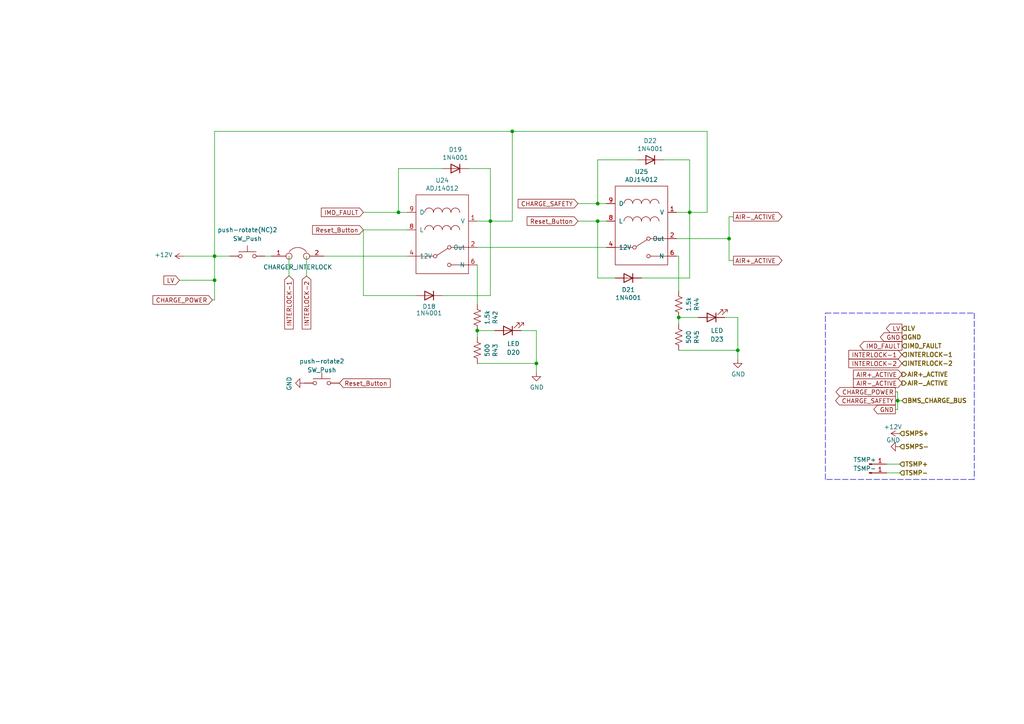
<source format=kicad_sch>
(kicad_sch (version 20211123) (generator eeschema)

  (uuid d613ea4e-4b1c-4824-8f59-71b40299c864)

  (paper "A4")

  (lib_symbols
    (symbol "Connector:Conn_01x01_Male" (pin_names (offset 1.016) hide) (in_bom yes) (on_board yes)
      (property "Reference" "J" (id 0) (at 0 2.54 0)
        (effects (font (size 1.27 1.27)))
      )
      (property "Value" "Conn_01x01_Male" (id 1) (at 0 -2.54 0)
        (effects (font (size 1.27 1.27)))
      )
      (property "Footprint" "" (id 2) (at 0 0 0)
        (effects (font (size 1.27 1.27)) hide)
      )
      (property "Datasheet" "~" (id 3) (at 0 0 0)
        (effects (font (size 1.27 1.27)) hide)
      )
      (property "ki_keywords" "connector" (id 4) (at 0 0 0)
        (effects (font (size 1.27 1.27)) hide)
      )
      (property "ki_description" "Generic connector, single row, 01x01, script generated (kicad-library-utils/schlib/autogen/connector/)" (id 5) (at 0 0 0)
        (effects (font (size 1.27 1.27)) hide)
      )
      (property "ki_fp_filters" "Connector*:*" (id 6) (at 0 0 0)
        (effects (font (size 1.27 1.27)) hide)
      )
      (symbol "Conn_01x01_Male_1_1"
        (polyline
          (pts
            (xy 1.27 0)
            (xy 0.8636 0)
          )
          (stroke (width 0.1524) (type default) (color 0 0 0 0))
          (fill (type none))
        )
        (rectangle (start 0.8636 0.127) (end 0 -0.127)
          (stroke (width 0.1524) (type default) (color 0 0 0 0))
          (fill (type outline))
        )
        (pin passive line (at 5.08 0 180) (length 3.81)
          (name "Pin_1" (effects (font (size 1.27 1.27))))
          (number "1" (effects (font (size 1.27 1.27))))
        )
      )
    )
    (symbol "Device:Jumper" (pin_names (offset 0.762) hide) (in_bom yes) (on_board yes)
      (property "Reference" "JP" (id 0) (at 0 3.81 0)
        (effects (font (size 1.27 1.27)))
      )
      (property "Value" "Device_Jumper" (id 1) (at 0 -2.032 0)
        (effects (font (size 1.27 1.27)))
      )
      (property "Footprint" "" (id 2) (at 0 0 0)
        (effects (font (size 1.27 1.27)) hide)
      )
      (property "Datasheet" "" (id 3) (at 0 0 0)
        (effects (font (size 1.27 1.27)) hide)
      )
      (property "ki_fp_filters" "SolderJumper* Jumper* TestPoint*2Pads* TestPoint*Bridge*" (id 4) (at 0 0 0)
        (effects (font (size 1.27 1.27)) hide)
      )
      (symbol "Jumper_0_1"
        (circle (center -2.54 0) (radius 0.889)
          (stroke (width 0) (type default) (color 0 0 0 0))
          (fill (type none))
        )
        (arc (start 2.5146 1.27) (mid 0.0127 2.5097) (end -2.4892 1.27)
          (stroke (width 0) (type default) (color 0 0 0 0))
          (fill (type none))
        )
        (circle (center 2.54 0) (radius 0.889)
          (stroke (width 0) (type default) (color 0 0 0 0))
          (fill (type none))
        )
        (pin passive line (at -7.62 0 0) (length 4.191)
          (name "1" (effects (font (size 1.27 1.27))))
          (number "1" (effects (font (size 1.27 1.27))))
        )
        (pin passive line (at 7.62 0 180) (length 4.191)
          (name "2" (effects (font (size 1.27 1.27))))
          (number "2" (effects (font (size 1.27 1.27))))
        )
      )
    )
    (symbol "Device:LED" (pin_numbers hide) (pin_names (offset 1.016) hide) (in_bom yes) (on_board yes)
      (property "Reference" "D" (id 0) (at 0 2.54 0)
        (effects (font (size 1.27 1.27)))
      )
      (property "Value" "LED" (id 1) (at 0 -2.54 0)
        (effects (font (size 1.27 1.27)))
      )
      (property "Footprint" "" (id 2) (at 0 0 0)
        (effects (font (size 1.27 1.27)) hide)
      )
      (property "Datasheet" "~" (id 3) (at 0 0 0)
        (effects (font (size 1.27 1.27)) hide)
      )
      (property "ki_keywords" "LED diode" (id 4) (at 0 0 0)
        (effects (font (size 1.27 1.27)) hide)
      )
      (property "ki_description" "Light emitting diode" (id 5) (at 0 0 0)
        (effects (font (size 1.27 1.27)) hide)
      )
      (property "ki_fp_filters" "LED* LED_SMD:* LED_THT:*" (id 6) (at 0 0 0)
        (effects (font (size 1.27 1.27)) hide)
      )
      (symbol "LED_0_1"
        (polyline
          (pts
            (xy -1.27 -1.27)
            (xy -1.27 1.27)
          )
          (stroke (width 0.254) (type default) (color 0 0 0 0))
          (fill (type none))
        )
        (polyline
          (pts
            (xy -1.27 0)
            (xy 1.27 0)
          )
          (stroke (width 0) (type default) (color 0 0 0 0))
          (fill (type none))
        )
        (polyline
          (pts
            (xy 1.27 -1.27)
            (xy 1.27 1.27)
            (xy -1.27 0)
            (xy 1.27 -1.27)
          )
          (stroke (width 0.254) (type default) (color 0 0 0 0))
          (fill (type none))
        )
        (polyline
          (pts
            (xy -3.048 -0.762)
            (xy -4.572 -2.286)
            (xy -3.81 -2.286)
            (xy -4.572 -2.286)
            (xy -4.572 -1.524)
          )
          (stroke (width 0) (type default) (color 0 0 0 0))
          (fill (type none))
        )
        (polyline
          (pts
            (xy -1.778 -0.762)
            (xy -3.302 -2.286)
            (xy -2.54 -2.286)
            (xy -3.302 -2.286)
            (xy -3.302 -1.524)
          )
          (stroke (width 0) (type default) (color 0 0 0 0))
          (fill (type none))
        )
      )
      (symbol "LED_1_1"
        (pin passive line (at -3.81 0 0) (length 2.54)
          (name "K" (effects (font (size 1.27 1.27))))
          (number "1" (effects (font (size 1.27 1.27))))
        )
        (pin passive line (at 3.81 0 180) (length 2.54)
          (name "A" (effects (font (size 1.27 1.27))))
          (number "2" (effects (font (size 1.27 1.27))))
        )
      )
    )
    (symbol "Device:R_US" (pin_numbers hide) (pin_names (offset 0)) (in_bom yes) (on_board yes)
      (property "Reference" "R" (id 0) (at 2.54 0 90)
        (effects (font (size 1.27 1.27)))
      )
      (property "Value" "R_US" (id 1) (at -2.54 0 90)
        (effects (font (size 1.27 1.27)))
      )
      (property "Footprint" "" (id 2) (at 1.016 -0.254 90)
        (effects (font (size 1.27 1.27)) hide)
      )
      (property "Datasheet" "~" (id 3) (at 0 0 0)
        (effects (font (size 1.27 1.27)) hide)
      )
      (property "ki_keywords" "R res resistor" (id 4) (at 0 0 0)
        (effects (font (size 1.27 1.27)) hide)
      )
      (property "ki_description" "Resistor, US symbol" (id 5) (at 0 0 0)
        (effects (font (size 1.27 1.27)) hide)
      )
      (property "ki_fp_filters" "R_*" (id 6) (at 0 0 0)
        (effects (font (size 1.27 1.27)) hide)
      )
      (symbol "R_US_0_1"
        (polyline
          (pts
            (xy 0 -2.286)
            (xy 0 -2.54)
          )
          (stroke (width 0) (type default) (color 0 0 0 0))
          (fill (type none))
        )
        (polyline
          (pts
            (xy 0 2.286)
            (xy 0 2.54)
          )
          (stroke (width 0) (type default) (color 0 0 0 0))
          (fill (type none))
        )
        (polyline
          (pts
            (xy 0 -0.762)
            (xy 1.016 -1.143)
            (xy 0 -1.524)
            (xy -1.016 -1.905)
            (xy 0 -2.286)
          )
          (stroke (width 0) (type default) (color 0 0 0 0))
          (fill (type none))
        )
        (polyline
          (pts
            (xy 0 0.762)
            (xy 1.016 0.381)
            (xy 0 0)
            (xy -1.016 -0.381)
            (xy 0 -0.762)
          )
          (stroke (width 0) (type default) (color 0 0 0 0))
          (fill (type none))
        )
        (polyline
          (pts
            (xy 0 2.286)
            (xy 1.016 1.905)
            (xy 0 1.524)
            (xy -1.016 1.143)
            (xy 0 0.762)
          )
          (stroke (width 0) (type default) (color 0 0 0 0))
          (fill (type none))
        )
      )
      (symbol "R_US_1_1"
        (pin passive line (at 0 3.81 270) (length 1.27)
          (name "~" (effects (font (size 1.27 1.27))))
          (number "1" (effects (font (size 1.27 1.27))))
        )
        (pin passive line (at 0 -3.81 90) (length 1.27)
          (name "~" (effects (font (size 1.27 1.27))))
          (number "2" (effects (font (size 1.27 1.27))))
        )
      )
    )
    (symbol "Diode:1N4001" (pin_numbers hide) (pin_names (offset 1.016) hide) (in_bom yes) (on_board yes)
      (property "Reference" "D" (id 0) (at 0 2.54 0)
        (effects (font (size 1.27 1.27)))
      )
      (property "Value" "1N4001" (id 1) (at 0 -2.54 0)
        (effects (font (size 1.27 1.27)))
      )
      (property "Footprint" "Diode_THT:D_DO-41_SOD81_P10.16mm_Horizontal" (id 2) (at 0 -4.445 0)
        (effects (font (size 1.27 1.27)) hide)
      )
      (property "Datasheet" "http://www.vishay.com/docs/88503/1n4001.pdf" (id 3) (at 0 0 0)
        (effects (font (size 1.27 1.27)) hide)
      )
      (property "ki_keywords" "diode" (id 4) (at 0 0 0)
        (effects (font (size 1.27 1.27)) hide)
      )
      (property "ki_description" "50V 1A General Purpose Rectifier Diode, DO-41" (id 5) (at 0 0 0)
        (effects (font (size 1.27 1.27)) hide)
      )
      (property "ki_fp_filters" "D*DO?41*" (id 6) (at 0 0 0)
        (effects (font (size 1.27 1.27)) hide)
      )
      (symbol "1N4001_0_1"
        (polyline
          (pts
            (xy -1.27 1.27)
            (xy -1.27 -1.27)
          )
          (stroke (width 0.254) (type default) (color 0 0 0 0))
          (fill (type none))
        )
        (polyline
          (pts
            (xy 1.27 0)
            (xy -1.27 0)
          )
          (stroke (width 0) (type default) (color 0 0 0 0))
          (fill (type none))
        )
        (polyline
          (pts
            (xy 1.27 1.27)
            (xy 1.27 -1.27)
            (xy -1.27 0)
            (xy 1.27 1.27)
          )
          (stroke (width 0.254) (type default) (color 0 0 0 0))
          (fill (type none))
        )
      )
      (symbol "1N4001_1_1"
        (pin passive line (at -3.81 0 0) (length 2.54)
          (name "K" (effects (font (size 1.27 1.27))))
          (number "1" (effects (font (size 1.27 1.27))))
        )
        (pin passive line (at 3.81 0 180) (length 2.54)
          (name "A" (effects (font (size 1.27 1.27))))
          (number "2" (effects (font (size 1.27 1.27))))
        )
      )
    )
    (symbol "NewThing:ADJ14024" (pin_names (offset 1.016)) (in_bom yes) (on_board yes)
      (property "Reference" "U" (id 0) (at -5.08 27.94 0)
        (effects (font (size 1.27 1.27)))
      )
      (property "Value" "NewThing_ADJ14024" (id 1) (at 0 0 0)
        (effects (font (size 1.27 1.27)))
      )
      (property "Footprint" "" (id 2) (at 0 0 0)
        (effects (font (size 1.27 1.27)) hide)
      )
      (property "Datasheet" "" (id 3) (at 0 0 0)
        (effects (font (size 1.27 1.27)) hide)
      )
      (symbol "ADJ14024_0_1"
        (rectangle (start -7.62 25.4) (end 7.62 2.54)
          (stroke (width 0) (type default) (color 0 0 0 0))
          (fill (type none))
        )
        (arc (start -2.54 20.32) (mid -3.81 21.59) (end -5.08 20.32)
          (stroke (width 0) (type default) (color 0 0 0 0))
          (fill (type none))
        )
        (polyline
          (pts
            (xy -7.62 7.62)
            (xy -7.62 7.62)
          )
          (stroke (width 0) (type default) (color 0 0 0 0))
          (fill (type none))
        )
        (polyline
          (pts
            (xy -2.54 7.62)
            (xy -7.62 7.62)
          )
          (stroke (width 0) (type default) (color 0 0 0 0))
          (fill (type none))
        )
        (polyline
          (pts
            (xy 2.54 5.08)
            (xy 7.62 5.08)
          )
          (stroke (width 0) (type default) (color 0 0 0 0))
          (fill (type none))
        )
        (polyline
          (pts
            (xy 2.54 10.16)
            (xy 7.62 10.16)
          )
          (stroke (width 0) (type default) (color 0 0 0 0))
          (fill (type none))
        )
        (arc (start 0 20.32) (mid -1.27 21.59) (end -2.54 20.32)
          (stroke (width 0) (type default) (color 0 0 0 0))
          (fill (type none))
        )
        (arc (start 2.54 20.32) (mid 1.27 21.59) (end 0 20.32)
          (stroke (width 0) (type default) (color 0 0 0 0))
          (fill (type none))
        )
        (arc (start 5.08 20.32) (mid 3.81 21.59) (end 2.54 20.32)
          (stroke (width 0) (type default) (color 0 0 0 0))
          (fill (type none))
        )
      )
      (symbol "ADJ14024_1_1"
        (arc (start -2.54 15.24) (mid -3.81 16.51) (end -5.08 15.24)
          (stroke (width 0) (type default) (color 0 0 0 0))
          (fill (type none))
        )
        (circle (center -2.032 7.62) (radius 0.508)
          (stroke (width 0) (type default) (color 0 0 0 0))
          (fill (type none))
        )
        (polyline
          (pts
            (xy -1.524 7.874)
            (xy 1.651 9.906)
          )
          (stroke (width 0) (type default) (color 0 0 0 0))
          (fill (type none))
        )
        (arc (start 0 15.24) (mid -1.27 16.51) (end -2.54 15.24)
          (stroke (width 0) (type default) (color 0 0 0 0))
          (fill (type none))
        )
        (circle (center 2.032 5.08) (radius 0.508)
          (stroke (width 0) (type default) (color 0 0 0 0))
          (fill (type none))
        )
        (circle (center 2.032 10.16) (radius 0.508)
          (stroke (width 0) (type default) (color 0 0 0 0))
          (fill (type none))
        )
        (arc (start 2.54 15.24) (mid 1.27 16.51) (end 0 15.24)
          (stroke (width 0) (type default) (color 0 0 0 0))
          (fill (type none))
        )
        (arc (start 5.08 15.24) (mid 3.81 16.51) (end 2.54 15.24)
          (stroke (width 0) (type default) (color 0 0 0 0))
          (fill (type none))
        )
        (pin input line (at 10.16 17.78 180) (length 2.54)
          (name "V" (effects (font (size 1.27 1.27))))
          (number "1" (effects (font (size 1.27 1.27))))
        )
        (pin input line (at 10.16 10.16 180) (length 2.54)
          (name "Out" (effects (font (size 1.27 1.27))))
          (number "2" (effects (font (size 1.27 1.27))))
        )
        (pin input line (at -10.16 7.62 0) (length 2.54)
          (name "12V" (effects (font (size 1.27 1.27))))
          (number "4" (effects (font (size 1.27 1.27))))
        )
        (pin input line (at 10.16 5.08 180) (length 2.54)
          (name "N" (effects (font (size 1.27 1.27))))
          (number "6" (effects (font (size 1.27 1.27))))
        )
        (pin input line (at -10.16 15.24 0) (length 2.54)
          (name "L" (effects (font (size 1.27 1.27))))
          (number "8" (effects (font (size 1.27 1.27))))
        )
        (pin input line (at -10.16 20.32 0) (length 2.54)
          (name "D" (effects (font (size 1.27 1.27))))
          (number "9" (effects (font (size 1.27 1.27))))
        )
      )
    )
    (symbol "Switch:SW_Push" (pin_numbers hide) (pin_names (offset 1.016) hide) (in_bom yes) (on_board yes)
      (property "Reference" "SW" (id 0) (at 1.27 2.54 0)
        (effects (font (size 1.27 1.27)) (justify left))
      )
      (property "Value" "SW_Push" (id 1) (at 0 -1.524 0)
        (effects (font (size 1.27 1.27)))
      )
      (property "Footprint" "" (id 2) (at 0 5.08 0)
        (effects (font (size 1.27 1.27)) hide)
      )
      (property "Datasheet" "~" (id 3) (at 0 5.08 0)
        (effects (font (size 1.27 1.27)) hide)
      )
      (property "ki_keywords" "switch normally-open pushbutton push-button" (id 4) (at 0 0 0)
        (effects (font (size 1.27 1.27)) hide)
      )
      (property "ki_description" "Push button switch, generic, two pins" (id 5) (at 0 0 0)
        (effects (font (size 1.27 1.27)) hide)
      )
      (symbol "SW_Push_0_1"
        (circle (center -2.032 0) (radius 0.508)
          (stroke (width 0) (type default) (color 0 0 0 0))
          (fill (type none))
        )
        (polyline
          (pts
            (xy 0 1.27)
            (xy 0 3.048)
          )
          (stroke (width 0) (type default) (color 0 0 0 0))
          (fill (type none))
        )
        (polyline
          (pts
            (xy 2.54 1.27)
            (xy -2.54 1.27)
          )
          (stroke (width 0) (type default) (color 0 0 0 0))
          (fill (type none))
        )
        (circle (center 2.032 0) (radius 0.508)
          (stroke (width 0) (type default) (color 0 0 0 0))
          (fill (type none))
        )
        (pin passive line (at -5.08 0 0) (length 2.54)
          (name "1" (effects (font (size 1.27 1.27))))
          (number "1" (effects (font (size 1.27 1.27))))
        )
        (pin passive line (at 5.08 0 180) (length 2.54)
          (name "2" (effects (font (size 1.27 1.27))))
          (number "2" (effects (font (size 1.27 1.27))))
        )
      )
    )
    (symbol "power:+12V" (power) (pin_names (offset 0)) (in_bom yes) (on_board yes)
      (property "Reference" "#PWR" (id 0) (at 0 -3.81 0)
        (effects (font (size 1.27 1.27)) hide)
      )
      (property "Value" "+12V" (id 1) (at 0 3.556 0)
        (effects (font (size 1.27 1.27)))
      )
      (property "Footprint" "" (id 2) (at 0 0 0)
        (effects (font (size 1.27 1.27)) hide)
      )
      (property "Datasheet" "" (id 3) (at 0 0 0)
        (effects (font (size 1.27 1.27)) hide)
      )
      (property "ki_keywords" "power-flag" (id 4) (at 0 0 0)
        (effects (font (size 1.27 1.27)) hide)
      )
      (property "ki_description" "Power symbol creates a global label with name \"+12V\"" (id 5) (at 0 0 0)
        (effects (font (size 1.27 1.27)) hide)
      )
      (symbol "+12V_0_1"
        (polyline
          (pts
            (xy -0.762 1.27)
            (xy 0 2.54)
          )
          (stroke (width 0) (type default) (color 0 0 0 0))
          (fill (type none))
        )
        (polyline
          (pts
            (xy 0 0)
            (xy 0 2.54)
          )
          (stroke (width 0) (type default) (color 0 0 0 0))
          (fill (type none))
        )
        (polyline
          (pts
            (xy 0 2.54)
            (xy 0.762 1.27)
          )
          (stroke (width 0) (type default) (color 0 0 0 0))
          (fill (type none))
        )
      )
      (symbol "+12V_1_1"
        (pin power_in line (at 0 0 90) (length 0) hide
          (name "+12V" (effects (font (size 1.27 1.27))))
          (number "1" (effects (font (size 1.27 1.27))))
        )
      )
    )
    (symbol "power:GND" (power) (pin_names (offset 0)) (in_bom yes) (on_board yes)
      (property "Reference" "#PWR" (id 0) (at 0 -6.35 0)
        (effects (font (size 1.27 1.27)) hide)
      )
      (property "Value" "GND" (id 1) (at 0 -3.81 0)
        (effects (font (size 1.27 1.27)))
      )
      (property "Footprint" "" (id 2) (at 0 0 0)
        (effects (font (size 1.27 1.27)) hide)
      )
      (property "Datasheet" "" (id 3) (at 0 0 0)
        (effects (font (size 1.27 1.27)) hide)
      )
      (property "ki_keywords" "power-flag" (id 4) (at 0 0 0)
        (effects (font (size 1.27 1.27)) hide)
      )
      (property "ki_description" "Power symbol creates a global label with name \"GND\" , ground" (id 5) (at 0 0 0)
        (effects (font (size 1.27 1.27)) hide)
      )
      (symbol "GND_0_1"
        (polyline
          (pts
            (xy 0 0)
            (xy 0 -1.27)
            (xy 1.27 -1.27)
            (xy 0 -2.54)
            (xy -1.27 -1.27)
            (xy 0 -1.27)
          )
          (stroke (width 0) (type default) (color 0 0 0 0))
          (fill (type none))
        )
      )
      (symbol "GND_1_1"
        (pin power_in line (at 0 0 270) (length 0) hide
          (name "GND" (effects (font (size 1.27 1.27))))
          (number "1" (effects (font (size 1.27 1.27))))
        )
      )
    )
  )

  (junction (at 148.59 38.1) (diameter 0) (color 0 0 0 0)
    (uuid 324dc5a6-9176-40fa-9eb4-70f0a0933781)
  )
  (junction (at 115.57 61.595) (diameter 0) (color 0 0 0 0)
    (uuid 58ecc27a-559a-4705-9bc9-89945e415960)
  )
  (junction (at 173.355 59.055) (diameter 0) (color 0 0 0 0)
    (uuid 6d179888-6659-4c90-b970-9cd129d87c40)
  )
  (junction (at 173.355 64.135) (diameter 0) (color 0 0 0 0)
    (uuid 76ee6fd8-2cef-4035-85c9-18286bdf1746)
  )
  (junction (at 196.85 92.075) (diameter 0) (color 0 0 0 0)
    (uuid 7919eaca-de98-4986-b278-40b75a143573)
  )
  (junction (at 138.43 95.885) (diameter 0) (color 0 0 0 0)
    (uuid 884e5f34-49f2-457d-aeb0-b68b20610b6d)
  )
  (junction (at 142.24 64.135) (diameter 0) (color 0 0 0 0)
    (uuid a0d43e3e-a7ae-4575-8907-e2981f09e9e2)
  )
  (junction (at 155.575 105.41) (diameter 0) (color 0 0 0 0)
    (uuid b35b2ed7-37f3-45f3-baba-3942e6d127d1)
  )
  (junction (at 200.025 61.595) (diameter 0) (color 0 0 0 0)
    (uuid ba6b25bc-0a06-4636-9b33-054c5462d7b8)
  )
  (junction (at 213.995 101.6) (diameter 0) (color 0 0 0 0)
    (uuid c785ce12-dbec-4d6f-8760-211f3e637e65)
  )
  (junction (at 62.23 74.295) (diameter 0) (color 0 0 0 0)
    (uuid d2341a20-7e9c-4972-b56e-5b57a6201c4c)
  )
  (junction (at 62.23 81.28) (diameter 0) (color 0 0 0 0)
    (uuid e613d032-7464-42ba-9fc6-d78ab110e3a0)
  )
  (junction (at 211.455 69.215) (diameter 0) (color 0 0 0 0)
    (uuid f858f140-61c7-4918-b331-675631b2969b)
  )
  (junction (at 260.35 116.205) (diameter 0) (color 0 0 0 0)
    (uuid fcd8fb4c-1c78-46f5-9524-12615a3fdb29)
  )

  (polyline (pts (xy 239.395 139.065) (xy 239.395 90.805))
    (stroke (width 0) (type default) (color 0 0 0 0))
    (uuid 0227ea18-99fe-461b-ae0d-344de1344e1e)
  )

  (wire (pts (xy 173.355 59.055) (xy 175.895 59.055))
    (stroke (width 0) (type default) (color 0 0 0 0))
    (uuid 02edf0c5-5de6-41f0-9bf3-8b577462cd15)
  )
  (wire (pts (xy 138.43 95.885) (xy 143.51 95.885))
    (stroke (width 0) (type default) (color 0 0 0 0))
    (uuid 07a3fb93-65bb-433c-992a-9bc8aa992788)
  )
  (wire (pts (xy 167.64 64.135) (xy 173.355 64.135))
    (stroke (width 0) (type default) (color 0 0 0 0))
    (uuid 0ec3fbd2-b300-4827-be03-8acacd2fbc43)
  )
  (wire (pts (xy 212.725 62.865) (xy 211.455 62.865))
    (stroke (width 0) (type default) (color 0 0 0 0))
    (uuid 10acd8c5-ec3d-40ff-b5c3-8bf2d7f81993)
  )
  (wire (pts (xy 196.85 92.075) (xy 196.85 93.98))
    (stroke (width 0) (type default) (color 0 0 0 0))
    (uuid 12d41f17-0aee-4c45-8703-3e0744a44fee)
  )
  (wire (pts (xy 115.57 61.595) (xy 115.57 48.895))
    (stroke (width 0) (type default) (color 0 0 0 0))
    (uuid 14022919-8a26-4c2b-8acc-d3ffd05616ba)
  )
  (wire (pts (xy 138.43 76.835) (xy 138.43 88.265))
    (stroke (width 0) (type default) (color 0 0 0 0))
    (uuid 1d4d7356-8e91-484b-a510-81d36302bf32)
  )
  (wire (pts (xy 205.105 61.595) (xy 205.105 38.1))
    (stroke (width 0) (type default) (color 0 0 0 0))
    (uuid 2039de3b-ed0e-4f44-964f-250951551eb4)
  )
  (wire (pts (xy 173.355 64.135) (xy 173.355 80.645))
    (stroke (width 0) (type default) (color 0 0 0 0))
    (uuid 22755a5e-f441-414a-95bb-40b8ec3d1535)
  )
  (wire (pts (xy 88.9 74.295) (xy 88.9 80.01))
    (stroke (width 0) (type default) (color 0 0 0 0))
    (uuid 22b3c38d-bf30-4468-9c32-35a7c553b609)
  )
  (wire (pts (xy 260.35 116.205) (xy 261.62 116.205))
    (stroke (width 0) (type default) (color 0 0 0 0))
    (uuid 29b56002-ad7f-4c5c-8ab5-08b25ab1f8d0)
  )
  (wire (pts (xy 260.35 113.665) (xy 260.35 116.205))
    (stroke (width 0) (type default) (color 0 0 0 0))
    (uuid 2adce9c6-2463-4827-bcdb-2b654b4e6c5c)
  )
  (wire (pts (xy 175.895 64.135) (xy 173.355 64.135))
    (stroke (width 0) (type default) (color 0 0 0 0))
    (uuid 33ed1282-86c2-4404-8478-a7f1b7f7de4f)
  )
  (wire (pts (xy 186.055 80.645) (xy 200.025 80.645))
    (stroke (width 0) (type default) (color 0 0 0 0))
    (uuid 3bdd0769-e450-49eb-9f27-cdda0d1296d5)
  )
  (wire (pts (xy 259.715 113.665) (xy 260.35 113.665))
    (stroke (width 0) (type default) (color 0 0 0 0))
    (uuid 3f063fe2-5e45-406f-8eff-b8117864f7be)
  )
  (polyline (pts (xy 282.575 139.065) (xy 239.395 139.065))
    (stroke (width 0) (type default) (color 0 0 0 0))
    (uuid 43fa6835-e556-4f23-9301-54ebd0082060)
  )
  (polyline (pts (xy 282.575 90.805) (xy 282.575 139.065))
    (stroke (width 0) (type default) (color 0 0 0 0))
    (uuid 4860ed6e-87cc-49b1-a9db-6decd16054d1)
  )

  (wire (pts (xy 178.435 80.645) (xy 173.355 80.645))
    (stroke (width 0) (type default) (color 0 0 0 0))
    (uuid 4ac9cd1d-ca97-4c6d-acb2-ca6a4f58b602)
  )
  (wire (pts (xy 138.43 105.41) (xy 155.575 105.41))
    (stroke (width 0) (type default) (color 0 0 0 0))
    (uuid 4ad45af0-348f-479a-b0db-447c2da2ee4d)
  )
  (wire (pts (xy 155.575 95.885) (xy 155.575 105.41))
    (stroke (width 0) (type default) (color 0 0 0 0))
    (uuid 4bdad636-e5a2-497a-955e-7fd40662f85a)
  )
  (wire (pts (xy 62.23 38.1) (xy 148.59 38.1))
    (stroke (width 0) (type default) (color 0 0 0 0))
    (uuid 4cc64134-d895-4533-923e-58330a6dc112)
  )
  (wire (pts (xy 62.23 81.28) (xy 62.23 74.295))
    (stroke (width 0) (type default) (color 0 0 0 0))
    (uuid 510fffe9-8695-4451-9b74-420a37cfe750)
  )
  (wire (pts (xy 257.175 137.16) (xy 260.985 137.16))
    (stroke (width 0) (type default) (color 0 0 0 0))
    (uuid 512f7ae9-8376-4b4a-b847-3692404ed6f4)
  )
  (wire (pts (xy 211.455 69.215) (xy 211.455 62.865))
    (stroke (width 0) (type default) (color 0 0 0 0))
    (uuid 51ccf38e-b958-40ce-9f84-6dffb90c35e7)
  )
  (wire (pts (xy 213.995 92.075) (xy 213.995 101.6))
    (stroke (width 0) (type default) (color 0 0 0 0))
    (uuid 51f1d644-55ca-4983-9dc1-29800f28a592)
  )
  (wire (pts (xy 173.355 46.355) (xy 184.785 46.355))
    (stroke (width 0) (type default) (color 0 0 0 0))
    (uuid 559c2963-8213-47f1-873c-6e90e41cc290)
  )
  (wire (pts (xy 192.405 46.355) (xy 200.025 46.355))
    (stroke (width 0) (type default) (color 0 0 0 0))
    (uuid 572c2aba-6f44-4b9c-a73e-81498006a61c)
  )
  (wire (pts (xy 257.175 134.62) (xy 260.985 134.62))
    (stroke (width 0) (type default) (color 0 0 0 0))
    (uuid 599ee0cb-1998-4d11-8e00-25895ef0757d)
  )
  (wire (pts (xy 138.43 71.755) (xy 175.895 71.755))
    (stroke (width 0) (type default) (color 0 0 0 0))
    (uuid 59f31206-788d-453e-bd81-ecf0a9f9c20c)
  )
  (wire (pts (xy 76.835 74.295) (xy 78.74 74.295))
    (stroke (width 0) (type default) (color 0 0 0 0))
    (uuid 5d5d8fc0-7c06-40b5-bebc-a00b4d389459)
  )
  (wire (pts (xy 148.59 64.135) (xy 142.24 64.135))
    (stroke (width 0) (type default) (color 0 0 0 0))
    (uuid 5e7eb300-cca4-4aa1-8fbd-4f4ca2789f54)
  )
  (wire (pts (xy 196.85 92.075) (xy 202.565 92.075))
    (stroke (width 0) (type default) (color 0 0 0 0))
    (uuid 5e9c7172-595d-4c71-a462-7a37c87514fd)
  )
  (wire (pts (xy 62.23 38.1) (xy 62.23 74.295))
    (stroke (width 0) (type default) (color 0 0 0 0))
    (uuid 66f595d0-8f4a-4f5e-9282-a70e7e9bd23f)
  )
  (wire (pts (xy 211.455 75.565) (xy 211.455 69.215))
    (stroke (width 0) (type default) (color 0 0 0 0))
    (uuid 699b15b4-5ac2-486a-a192-389ebc1978b9)
  )
  (wire (pts (xy 142.24 64.135) (xy 142.24 85.725))
    (stroke (width 0) (type default) (color 0 0 0 0))
    (uuid 6ca4cd83-c8b2-44fe-b97f-e75ab2378554)
  )
  (wire (pts (xy 259.715 116.205) (xy 260.35 116.205))
    (stroke (width 0) (type default) (color 0 0 0 0))
    (uuid 6d9ecb7c-dc4c-4ecb-9204-1c91231d71e4)
  )
  (wire (pts (xy 62.23 74.295) (xy 66.675 74.295))
    (stroke (width 0) (type default) (color 0 0 0 0))
    (uuid 7260f05f-6de3-45da-9cae-34a24cfc720f)
  )
  (wire (pts (xy 120.65 85.725) (xy 105.41 85.725))
    (stroke (width 0) (type default) (color 0 0 0 0))
    (uuid 72d82356-52ea-46aa-936d-c5379ff72a8d)
  )
  (wire (pts (xy 205.105 38.1) (xy 148.59 38.1))
    (stroke (width 0) (type default) (color 0 0 0 0))
    (uuid 738cc432-32da-4693-8427-902474b06b0a)
  )
  (wire (pts (xy 83.82 74.295) (xy 83.82 80.01))
    (stroke (width 0) (type default) (color 0 0 0 0))
    (uuid 766f750a-0251-4178-83e5-3e883b6608df)
  )
  (wire (pts (xy 118.11 66.675) (xy 105.41 66.675))
    (stroke (width 0) (type default) (color 0 0 0 0))
    (uuid 79cec360-8064-40e1-b121-28f0249d8859)
  )
  (wire (pts (xy 210.185 92.075) (xy 213.995 92.075))
    (stroke (width 0) (type default) (color 0 0 0 0))
    (uuid 7af9010d-ec17-41e3-9f4c-20eb6f2a3806)
  )
  (wire (pts (xy 142.24 48.895) (xy 142.24 64.135))
    (stroke (width 0) (type default) (color 0 0 0 0))
    (uuid 7b85004f-7d6a-4962-ac60-de56d3900acf)
  )
  (wire (pts (xy 135.89 48.895) (xy 142.24 48.895))
    (stroke (width 0) (type default) (color 0 0 0 0))
    (uuid 7f1bdea5-6fd2-432b-9c4d-41266b338599)
  )
  (wire (pts (xy 196.85 74.295) (xy 196.215 74.295))
    (stroke (width 0) (type default) (color 0 0 0 0))
    (uuid 879ae7af-036b-479f-a5d4-7125706d9cad)
  )
  (wire (pts (xy 151.13 95.885) (xy 155.575 95.885))
    (stroke (width 0) (type default) (color 0 0 0 0))
    (uuid 8cd72d0b-3b06-44d1-a1a6-ed92708e16d7)
  )
  (wire (pts (xy 138.43 95.885) (xy 138.43 97.79))
    (stroke (width 0) (type default) (color 0 0 0 0))
    (uuid 8f85aff7-e366-44e0-921c-1b9130604afc)
  )
  (wire (pts (xy 173.355 59.055) (xy 173.355 46.355))
    (stroke (width 0) (type default) (color 0 0 0 0))
    (uuid 90132fbc-a222-4f7a-aab8-5a1ead726113)
  )
  (wire (pts (xy 200.025 61.595) (xy 196.215 61.595))
    (stroke (width 0) (type default) (color 0 0 0 0))
    (uuid 91f0753b-dd68-4cbd-8446-6660f8f65375)
  )
  (wire (pts (xy 105.41 66.675) (xy 105.41 85.725))
    (stroke (width 0) (type default) (color 0 0 0 0))
    (uuid 9333129f-aa17-4c8c-820d-e3e1fddb6da5)
  )
  (wire (pts (xy 259.715 118.745) (xy 260.35 118.745))
    (stroke (width 0) (type default) (color 0 0 0 0))
    (uuid 9c4a8f79-0283-4f83-9d35-001a0ad465e0)
  )
  (wire (pts (xy 213.995 101.6) (xy 213.995 104.14))
    (stroke (width 0) (type default) (color 0 0 0 0))
    (uuid 9c96ddd3-6033-4846-b038-4c5d5ba82b0f)
  )
  (wire (pts (xy 196.85 101.6) (xy 213.995 101.6))
    (stroke (width 0) (type default) (color 0 0 0 0))
    (uuid ae9f9fb8-c093-4be0-825b-0d9867cc60a6)
  )
  (wire (pts (xy 138.43 64.135) (xy 142.24 64.135))
    (stroke (width 0) (type default) (color 0 0 0 0))
    (uuid b4613dc2-c37f-479f-98ca-58d7ccbe7e20)
  )
  (wire (pts (xy 128.27 85.725) (xy 142.24 85.725))
    (stroke (width 0) (type default) (color 0 0 0 0))
    (uuid bcd6e5cc-1758-46d1-8c9f-3da7e99c4abe)
  )
  (polyline (pts (xy 239.395 90.805) (xy 282.575 90.805))
    (stroke (width 0) (type default) (color 0 0 0 0))
    (uuid c2e5929e-1302-4ce9-862e-fc44c7b89657)
  )

  (wire (pts (xy 200.025 61.595) (xy 200.025 80.645))
    (stroke (width 0) (type default) (color 0 0 0 0))
    (uuid c3179338-6f43-4846-ac24-75ca9fa83d14)
  )
  (wire (pts (xy 61.595 86.995) (xy 62.23 86.995))
    (stroke (width 0) (type default) (color 0 0 0 0))
    (uuid c31a9162-d606-4574-ab1c-6ad22c6b8abe)
  )
  (wire (pts (xy 212.725 75.565) (xy 211.455 75.565))
    (stroke (width 0) (type default) (color 0 0 0 0))
    (uuid c8795842-e503-4814-80c3-e13e2cb7e24b)
  )
  (wire (pts (xy 53.34 74.295) (xy 62.23 74.295))
    (stroke (width 0) (type default) (color 0 0 0 0))
    (uuid d0d872f8-385e-46a0-91c7-3ed67ea02397)
  )
  (wire (pts (xy 260.35 116.205) (xy 260.35 118.745))
    (stroke (width 0) (type default) (color 0 0 0 0))
    (uuid d6f631d2-ccfd-43e9-af16-c4c37dc9c42f)
  )
  (wire (pts (xy 52.07 81.28) (xy 62.23 81.28))
    (stroke (width 0) (type default) (color 0 0 0 0))
    (uuid dbefa043-56a0-478d-a8a4-c6475e9a2dd5)
  )
  (wire (pts (xy 200.025 46.355) (xy 200.025 61.595))
    (stroke (width 0) (type default) (color 0 0 0 0))
    (uuid ddf815d7-e13d-4d02-b451-8c8364e30748)
  )
  (wire (pts (xy 115.57 61.595) (xy 105.41 61.595))
    (stroke (width 0) (type default) (color 0 0 0 0))
    (uuid e030f5c5-8c42-4754-a4eb-cb93fe436d10)
  )
  (wire (pts (xy 196.215 69.215) (xy 211.455 69.215))
    (stroke (width 0) (type default) (color 0 0 0 0))
    (uuid e299d79b-93b3-4356-ac78-41c3afe4b4f5)
  )
  (wire (pts (xy 200.025 61.595) (xy 205.105 61.595))
    (stroke (width 0) (type default) (color 0 0 0 0))
    (uuid e2d5d0c4-c3e0-4c4d-9924-82e9568cf77d)
  )
  (wire (pts (xy 148.59 38.1) (xy 148.59 64.135))
    (stroke (width 0) (type default) (color 0 0 0 0))
    (uuid e2e90ce0-463b-4548-8341-d5e1e7be5250)
  )
  (wire (pts (xy 196.85 84.455) (xy 196.85 74.295))
    (stroke (width 0) (type default) (color 0 0 0 0))
    (uuid e6ef9db3-25cd-4b55-87ac-a7ca54085526)
  )
  (wire (pts (xy 115.57 61.595) (xy 118.11 61.595))
    (stroke (width 0) (type default) (color 0 0 0 0))
    (uuid e7506c65-bcbb-40d6-8749-49bfdcfad013)
  )
  (wire (pts (xy 155.575 105.41) (xy 155.575 107.95))
    (stroke (width 0) (type default) (color 0 0 0 0))
    (uuid ef2980e6-b010-4e1d-9f59-5c3c0d62f9a7)
  )
  (wire (pts (xy 167.64 59.055) (xy 173.355 59.055))
    (stroke (width 0) (type default) (color 0 0 0 0))
    (uuid f25dc13e-2466-4ce2-a4b8-4990a5c8b628)
  )
  (wire (pts (xy 93.98 74.295) (xy 118.11 74.295))
    (stroke (width 0) (type default) (color 0 0 0 0))
    (uuid fa4f7364-61f5-497e-8475-e9bf61fdc8ad)
  )
  (wire (pts (xy 115.57 48.895) (xy 128.27 48.895))
    (stroke (width 0) (type default) (color 0 0 0 0))
    (uuid fade4a03-4707-4308-ba6d-2f60164ded0f)
  )
  (wire (pts (xy 62.23 86.995) (xy 62.23 81.28))
    (stroke (width 0) (type default) (color 0 0 0 0))
    (uuid fee20237-c968-43a3-8c2b-fdc7910dea95)
  )

  (global_label "AIR+_ACTIVE" (shape output) (at 212.725 75.565 0) (fields_autoplaced)
    (effects (font (size 1.27 1.27)) (justify left))
    (uuid 01e31b49-c137-45aa-bdfb-bb997f5ffbe8)
    (property "Intersheet References" "${INTERSHEET_REFS}" (id 0) (at 226.81 75.6444 0)
      (effects (font (size 1.27 1.27)) (justify left) hide)
    )
  )
  (global_label "IMD_FAULT" (shape output) (at 261.62 100.33 180) (fields_autoplaced)
    (effects (font (size 1.27 1.27)) (justify right))
    (uuid 07d45bcd-f607-4690-8e6c-ca86c2af6ede)
    (property "Intersheet References" "${INTERSHEET_REFS}" (id 0) (at 249.4098 100.2506 0)
      (effects (font (size 1.27 1.27)) (justify right) hide)
    )
  )
  (global_label "AIR-_ACTIVE" (shape output) (at 212.725 62.865 0) (fields_autoplaced)
    (effects (font (size 1.27 1.27)) (justify left))
    (uuid 157a5bbf-20b9-47b6-8904-77f6cddb4030)
    (property "Intersheet References" "${INTERSHEET_REFS}" (id 0) (at 226.81 62.9444 0)
      (effects (font (size 1.27 1.27)) (justify left) hide)
    )
  )
  (global_label "AIR-_ACTIVE" (shape input) (at 261.62 111.125 180) (fields_autoplaced)
    (effects (font (size 1.27 1.27)) (justify right))
    (uuid 1661648e-f208-46c2-ae04-33f4e4ea9eb5)
    (property "Intersheet References" "${INTERSHEET_REFS}" (id 0) (at 247.535 111.0456 0)
      (effects (font (size 1.27 1.27)) (justify right) hide)
    )
  )
  (global_label "GND" (shape output) (at 261.62 97.79 180) (fields_autoplaced)
    (effects (font (size 1.27 1.27)) (justify right))
    (uuid 3312c336-6c48-4b3e-a765-aa4402ce63d1)
    (property "Intersheet References" "${INTERSHEET_REFS}" (id 0) (at 255.3364 97.7106 0)
      (effects (font (size 1.27 1.27)) (justify right) hide)
    )
  )
  (global_label "Reset_Button" (shape input) (at 167.64 64.135 180) (fields_autoplaced)
    (effects (font (size 1.27 1.27)) (justify right))
    (uuid 367b0374-1ce7-486b-8004-688a6722be04)
    (property "Intersheet References" "${INTERSHEET_REFS}" (id 0) (at 302.26 121.285 0)
      (effects (font (size 1.27 1.27)) hide)
    )
  )
  (global_label "CHARGE_POWER" (shape input) (at 61.595 86.995 180) (fields_autoplaced)
    (effects (font (size 1.27 1.27)) (justify right))
    (uuid 4d54b104-fb2d-4049-9620-ae3e0f476884)
    (property "Intersheet References" "${INTERSHEET_REFS}" (id 0) (at 44.3652 86.9156 0)
      (effects (font (size 1.27 1.27)) (justify right) hide)
    )
  )
  (global_label "AIR+_ACTIVE" (shape input) (at 261.62 108.585 180) (fields_autoplaced)
    (effects (font (size 1.27 1.27)) (justify right))
    (uuid 56005fa9-48fd-410c-afe5-0ddfdef8f1ec)
    (property "Intersheet References" "${INTERSHEET_REFS}" (id 0) (at 247.535 108.5056 0)
      (effects (font (size 1.27 1.27)) (justify right) hide)
    )
  )
  (global_label "INTERLOCK-2" (shape input) (at 88.9 80.01 270) (fields_autoplaced)
    (effects (font (size 1.27 1.27)) (justify right))
    (uuid 64a69588-2dac-4ec0-ba86-e972f708d57f)
    (property "Intersheet References" "${INTERSHEET_REFS}" (id 0) (at 88.8206 95.4255 90)
      (effects (font (size 1.27 1.27)) (justify right) hide)
    )
  )
  (global_label "LV" (shape output) (at 261.62 95.25 180) (fields_autoplaced)
    (effects (font (size 1.27 1.27)) (justify right))
    (uuid 7112a5f0-166c-4a03-9e6d-bf6fbdc3aa7d)
    (property "Intersheet References" "${INTERSHEET_REFS}" (id 0) (at 257.0902 95.1706 0)
      (effects (font (size 1.27 1.27)) (justify right) hide)
    )
  )
  (global_label "IMD_FAULT" (shape input) (at 105.41 61.595 180) (fields_autoplaced)
    (effects (font (size 1.27 1.27)) (justify right))
    (uuid 7a2ce65f-cded-4f1e-b3b9-3b8af1576d6b)
    (property "Intersheet References" "${INTERSHEET_REFS}" (id 0) (at 93.1998 61.6744 0)
      (effects (font (size 1.27 1.27)) (justify right) hide)
    )
  )
  (global_label "INTERLOCK-2" (shape input) (at 261.62 105.41 180) (fields_autoplaced)
    (effects (font (size 1.27 1.27)) (justify right))
    (uuid 7de67d06-d284-4a04-aa74-ea56e111c0e0)
    (property "Intersheet References" "${INTERSHEET_REFS}" (id 0) (at 246.2045 105.3306 0)
      (effects (font (size 1.27 1.27)) (justify right) hide)
    )
  )
  (global_label "Reset_Button" (shape input) (at 105.41 66.675 180) (fields_autoplaced)
    (effects (font (size 1.27 1.27)) (justify right))
    (uuid 9e065ebd-6e01-4a85-a1a0-2f1d2fa29949)
    (property "Intersheet References" "${INTERSHEET_REFS}" (id 0) (at 240.03 123.825 0)
      (effects (font (size 1.27 1.27)) hide)
    )
  )
  (global_label "GND" (shape output) (at 259.715 118.745 180) (fields_autoplaced)
    (effects (font (size 1.27 1.27)) (justify right))
    (uuid a335bd5e-edc0-4a50-8aeb-fab46880cc72)
    (property "Intersheet References" "${INTERSHEET_REFS}" (id 0) (at 253.4314 118.6656 0)
      (effects (font (size 1.27 1.27)) (justify right) hide)
    )
  )
  (global_label "LV" (shape input) (at 52.07 81.28 180) (fields_autoplaced)
    (effects (font (size 1.27 1.27)) (justify right))
    (uuid a5c718af-b34f-4a61-b2fe-1405feee223c)
    (property "Intersheet References" "${INTERSHEET_REFS}" (id 0) (at 47.5402 81.3594 0)
      (effects (font (size 1.27 1.27)) (justify right) hide)
    )
  )
  (global_label "CHARGE_SAFETY" (shape input) (at 167.64 59.055 180) (fields_autoplaced)
    (effects (font (size 1.27 1.27)) (justify right))
    (uuid b67a8277-701b-48c3-93f3-6dbc8b254699)
    (property "Intersheet References" "${INTERSHEET_REFS}" (id 0) (at 150.2893 58.9756 0)
      (effects (font (size 1.27 1.27)) (justify right) hide)
    )
  )
  (global_label "Reset_Button" (shape input) (at 98.425 111.125 0) (fields_autoplaced)
    (effects (font (size 1.27 1.27)) (justify left))
    (uuid b7483d84-b2db-40f4-b672-4b32b668d9b0)
    (property "Intersheet References" "${INTERSHEET_REFS}" (id 0) (at -36.195 53.975 0)
      (effects (font (size 1.27 1.27)) hide)
    )
  )
  (global_label "CHARGE_SAFETY" (shape output) (at 259.715 116.205 180) (fields_autoplaced)
    (effects (font (size 1.27 1.27)) (justify right))
    (uuid bf47321e-a3bd-4386-a972-e6d6c728d164)
    (property "Intersheet References" "${INTERSHEET_REFS}" (id 0) (at 242.3643 116.1256 0)
      (effects (font (size 1.27 1.27)) (justify right) hide)
    )
  )
  (global_label "CHARGE_POWER" (shape output) (at 259.715 113.665 180) (fields_autoplaced)
    (effects (font (size 1.27 1.27)) (justify right))
    (uuid c4825845-e815-4070-a653-e83fb8fcd3c5)
    (property "Intersheet References" "${INTERSHEET_REFS}" (id 0) (at 242.4852 113.5856 0)
      (effects (font (size 1.27 1.27)) (justify right) hide)
    )
  )
  (global_label "INTERLOCK-1" (shape input) (at 83.82 80.01 270) (fields_autoplaced)
    (effects (font (size 1.27 1.27)) (justify right))
    (uuid d3d222d2-01ef-414b-b698-880bf577d255)
    (property "Intersheet References" "${INTERSHEET_REFS}" (id 0) (at 83.7406 95.4255 90)
      (effects (font (size 1.27 1.27)) (justify right) hide)
    )
  )
  (global_label "INTERLOCK-1" (shape input) (at 261.62 102.87 180) (fields_autoplaced)
    (effects (font (size 1.27 1.27)) (justify right))
    (uuid e1113def-c244-45f4-af21-6e1a65861d75)
    (property "Intersheet References" "${INTERSHEET_REFS}" (id 0) (at 246.2045 102.7906 0)
      (effects (font (size 1.27 1.27)) (justify right) hide)
    )
  )

  (hierarchical_label "SMPS+" (shape input) (at 260.985 125.73 0)
    (effects (font (size 1.27 1.27) (thickness 0.254) bold) (justify left))
    (uuid 2fb67ed0-f758-48dd-8695-db5beab3bfec)
  )
  (hierarchical_label "SMPS-" (shape input) (at 260.985 129.54 0)
    (effects (font (size 1.27 1.27) (thickness 0.254) bold) (justify left))
    (uuid 45cab629-3d5e-46d9-9d60-21c957ed1ff5)
  )
  (hierarchical_label "INTERLOCK-2" (shape input) (at 261.62 105.41 0)
    (effects (font (size 1.27 1.27) (thickness 0.254) bold) (justify left))
    (uuid 48080d5d-aeb4-4c14-876b-b1c5f81fff44)
  )
  (hierarchical_label "LV" (shape input) (at 261.62 95.25 0)
    (effects (font (size 1.27 1.27) (thickness 0.254) bold) (justify left))
    (uuid 79367515-b79d-4141-8933-d718c1eec519)
  )
  (hierarchical_label "IMD_FAULT" (shape input) (at 261.62 100.33 0)
    (effects (font (size 1.27 1.27) (thickness 0.254) bold) (justify left))
    (uuid 7c760668-48d2-485d-a523-b5c8d5c2aeff)
  )
  (hierarchical_label "GND" (shape input) (at 261.62 97.79 0)
    (effects (font (size 1.27 1.27) (thickness 0.254) bold) (justify left))
    (uuid 8ab06d40-b14d-42d3-af5d-b7bd650de9a6)
  )
  (hierarchical_label "AIR+_ACTIVE" (shape output) (at 261.62 108.585 0)
    (effects (font (size 1.27 1.27) (thickness 0.254) bold) (justify left))
    (uuid 8b2353d1-aa55-4564-8a8b-43a7665c1ffb)
  )
  (hierarchical_label "TSMP+" (shape input) (at 260.985 134.62 0)
    (effects (font (size 1.27 1.27) (thickness 0.254) bold) (justify left))
    (uuid 9fa7c2d8-4174-432c-923e-cc3c0bb75a5f)
  )
  (hierarchical_label "BMS_CHARGE_BUS" (shape input) (at 261.62 116.205 0)
    (effects (font (size 1.27 1.27) (thickness 0.254) bold) (justify left))
    (uuid a7abc39d-1b63-4eeb-a0e1-559994cb20c0)
  )
  (hierarchical_label "AIR-_ACTIVE" (shape output) (at 261.62 111.125 0)
    (effects (font (size 1.27 1.27) (thickness 0.254) bold) (justify left))
    (uuid abb83bde-e691-4a81-ac35-f57479452292)
  )
  (hierarchical_label "TSMP-" (shape input) (at 260.985 137.16 0)
    (effects (font (size 1.27 1.27) (thickness 0.254) bold) (justify left))
    (uuid c4ea907e-0330-48d6-a122-62868f6f5832)
  )
  (hierarchical_label "INTERLOCK-1" (shape input) (at 261.62 102.87 0)
    (effects (font (size 1.27 1.27) (thickness 0.254) bold) (justify left))
    (uuid fd0f5e4b-fa1b-402f-a440-82c9c92c608a)
  )

  (symbol (lib_id "Diode:1N4001") (at 182.245 80.645 180) (unit 1)
    (in_bom yes) (on_board yes)
    (uuid 140b6555-1579-49a7-b9aa-03416b5861ce)
    (property "Reference" "D21" (id 0) (at 182.245 84.0486 0))
    (property "Value" "1N4001" (id 1) (at 182.245 86.36 0))
    (property "Footprint" "Diode_THT:D_DO-41_SOD81_P3.81mm_Vertical_AnodeUp" (id 2) (at 182.245 76.2 0)
      (effects (font (size 1.27 1.27)) hide)
    )
    (property "Datasheet" "http://www.vishay.com/docs/88503/1n4001.pdf" (id 3) (at 182.245 80.645 0)
      (effects (font (size 1.27 1.27)) hide)
    )
    (pin "1" (uuid 820f3bf0-02ca-4976-b44f-986d05c9f494))
    (pin "2" (uuid 2c44807a-7584-4d91-be59-4180c0ddc3c1))
  )

  (symbol (lib_id "Diode:1N4001") (at 132.08 48.895 180) (unit 1)
    (in_bom yes) (on_board yes)
    (uuid 232c07ab-74eb-468b-a46c-85f0068d2188)
    (property "Reference" "D19" (id 0) (at 132.08 43.3832 0))
    (property "Value" "1N4001" (id 1) (at 132.08 45.6946 0))
    (property "Footprint" "Diode_THT:D_DO-41_SOD81_P3.81mm_Vertical_AnodeUp" (id 2) (at 132.08 44.45 0)
      (effects (font (size 1.27 1.27)) hide)
    )
    (property "Datasheet" "http://www.vishay.com/docs/88503/1n4001.pdf" (id 3) (at 132.08 48.895 0)
      (effects (font (size 1.27 1.27)) hide)
    )
    (pin "1" (uuid a8d54ca9-76cf-4325-809b-f8907be8e457))
    (pin "2" (uuid fcb8c1bc-3976-40ab-a9d3-10b94af827b9))
  )

  (symbol (lib_id "power:GND") (at 88.265 111.125 270) (unit 1)
    (in_bom yes) (on_board yes)
    (uuid 266d49ea-d92b-47ae-a33f-d5b462680a44)
    (property "Reference" "#PWR0106" (id 0) (at 81.915 111.125 0)
      (effects (font (size 1.27 1.27)) hide)
    )
    (property "Value" "GND" (id 1) (at 83.8708 111.252 0))
    (property "Footprint" "" (id 2) (at 88.265 111.125 0)
      (effects (font (size 1.27 1.27)) hide)
    )
    (property "Datasheet" "" (id 3) (at 88.265 111.125 0)
      (effects (font (size 1.27 1.27)) hide)
    )
    (pin "1" (uuid a70950b1-4e13-403b-aade-4daba8d0e0dd))
  )

  (symbol (lib_id "Device:R_US") (at 138.43 92.075 180) (unit 1)
    (in_bom yes) (on_board yes)
    (uuid 29bc3322-01f2-4329-89c1-6cdedd177ed4)
    (property "Reference" "R42" (id 0) (at 143.637 92.075 90))
    (property "Value" "1.5k" (id 1) (at 141.3256 92.075 90))
    (property "Footprint" "Resistor_THT:R_Axial_DIN0207_L6.3mm_D2.5mm_P10.16mm_Horizontal" (id 2) (at 137.414 91.821 90)
      (effects (font (size 1.27 1.27)) hide)
    )
    (property "Datasheet" "~" (id 3) (at 138.43 92.075 0)
      (effects (font (size 1.27 1.27)) hide)
    )
    (pin "1" (uuid 1e106649-ae91-49b4-8bcd-9734c6e9aa69))
    (pin "2" (uuid 87d16cf1-0081-4c5c-91b3-757571b7afbc))
  )

  (symbol (lib_id "Diode:1N4001") (at 188.595 46.355 180) (unit 1)
    (in_bom yes) (on_board yes)
    (uuid 2a50dbc4-dd89-406d-bc73-a66f5c57f243)
    (property "Reference" "D22" (id 0) (at 188.595 40.8432 0))
    (property "Value" "1N4001" (id 1) (at 188.595 43.1546 0))
    (property "Footprint" "Diode_THT:D_DO-41_SOD81_P5.08mm_Vertical_AnodeUp" (id 2) (at 188.595 41.91 0)
      (effects (font (size 1.27 1.27)) hide)
    )
    (property "Datasheet" "http://www.vishay.com/docs/88503/1n4001.pdf" (id 3) (at 188.595 46.355 0)
      (effects (font (size 1.27 1.27)) hide)
    )
    (pin "1" (uuid 6edcbb1d-315e-48f0-a129-420cf7e2f740))
    (pin "2" (uuid 41698db6-ebe1-4473-b23c-fdfd7f715e4f))
  )

  (symbol (lib_id "NewThing:ADJ14024") (at 128.27 81.915 0) (unit 1)
    (in_bom yes) (on_board yes)
    (uuid 35280456-004d-4dad-b2a4-a2e0d0d48f52)
    (property "Reference" "U24" (id 0) (at 128.27 52.324 0))
    (property "Value" "ADJ14012" (id 1) (at 128.27 54.6354 0))
    (property "Footprint" "" (id 2) (at 128.27 81.915 0)
      (effects (font (size 1.27 1.27)) hide)
    )
    (property "Datasheet" "" (id 3) (at 128.27 81.915 0)
      (effects (font (size 1.27 1.27)) hide)
    )
    (pin "1" (uuid 790fb9d3-77f0-48a0-a837-0e6884126ae5))
    (pin "2" (uuid a8f1cfee-c602-438d-9ae3-519f200f7089))
    (pin "4" (uuid 037ad268-4c08-405b-9341-f4774acc4944))
    (pin "6" (uuid c43b5aae-f4de-44bd-9146-fa80c3896278))
    (pin "8" (uuid 79780f2a-e576-4c71-abf2-1ca670df41dd))
    (pin "9" (uuid 82908f66-9c56-4a11-820e-6ad636a6f03b))
  )

  (symbol (lib_id "Switch:SW_Push") (at 71.755 74.295 0) (unit 1)
    (in_bom yes) (on_board yes)
    (uuid 3d29aade-9b0d-46b7-88c6-bcfaaed14ed3)
    (property "Reference" "push-rotate(NC)2" (id 0) (at 71.755 66.675 0))
    (property "Value" "SW_Push" (id 1) (at 71.755 69.215 0))
    (property "Footprint" "" (id 2) (at 71.755 69.215 0)
      (effects (font (size 1.27 1.27)) hide)
    )
    (property "Datasheet" "~" (id 3) (at 71.755 69.215 0)
      (effects (font (size 1.27 1.27)) hide)
    )
    (pin "1" (uuid b1300b6f-51bd-436d-8479-86b59955477d))
    (pin "2" (uuid 34e7e6b6-009b-48cf-ad90-af7742cf0096))
  )

  (symbol (lib_id "Device:LED") (at 206.375 92.075 180) (unit 1)
    (in_bom yes) (on_board yes) (fields_autoplaced)
    (uuid 4789d3fb-0bc2-49e8-9bc4-de9c15fb255d)
    (property "Reference" "D23" (id 0) (at 207.9625 98.425 0))
    (property "Value" "LED" (id 1) (at 207.9625 95.885 0))
    (property "Footprint" "" (id 2) (at 206.375 92.075 0)
      (effects (font (size 1.27 1.27)) hide)
    )
    (property "Datasheet" "~" (id 3) (at 206.375 92.075 0)
      (effects (font (size 1.27 1.27)) hide)
    )
    (pin "1" (uuid 4f35adf7-edcf-4166-9ec7-fa24a9f851bd))
    (pin "2" (uuid c235e982-7445-433e-89e1-63c8b276a93a))
  )

  (symbol (lib_id "Connector:Conn_01x01_Male") (at 252.095 137.16 0) (unit 1)
    (in_bom yes) (on_board yes)
    (uuid 6b5c4ccd-a284-4789-a47e-38affbb6025d)
    (property "Reference" "J3" (id 0) (at 254.0001 138.43 90)
      (effects (font (size 1.27 1.27)) (justify right) hide)
    )
    (property "Value" "TSMP-" (id 1) (at 250.825 135.89 0))
    (property "Footprint" "" (id 2) (at 252.095 137.16 0)
      (effects (font (size 1.27 1.27)) hide)
    )
    (property "Datasheet" "~" (id 3) (at 252.095 137.16 0)
      (effects (font (size 1.27 1.27)) hide)
    )
    (pin "1" (uuid 342663cd-69ce-4671-959c-71f94d2199f0))
  )

  (symbol (lib_id "power:+12V") (at 53.34 74.295 90) (unit 1)
    (in_bom yes) (on_board yes)
    (uuid abfe058a-6b52-4511-8e3f-d2c74b872761)
    (property "Reference" "#PWR0107" (id 0) (at 57.15 74.295 0)
      (effects (font (size 1.27 1.27)) hide)
    )
    (property "Value" "+12V" (id 1) (at 50.0888 73.914 90)
      (effects (font (size 1.27 1.27)) (justify left))
    )
    (property "Footprint" "" (id 2) (at 53.34 74.295 0)
      (effects (font (size 1.27 1.27)) hide)
    )
    (property "Datasheet" "" (id 3) (at 53.34 74.295 0)
      (effects (font (size 1.27 1.27)) hide)
    )
    (pin "1" (uuid c1fd6b6a-c6ae-443e-a849-0407f65b5248))
  )

  (symbol (lib_id "Device:Jumper") (at 86.36 74.295 0) (unit 1)
    (in_bom yes) (on_board yes)
    (uuid b80f9530-46ec-40bf-b0c3-1b95a5be3609)
    (property "Reference" "JP3" (id 0) (at 86.36 80.01 0)
      (effects (font (size 1.27 1.27)) hide)
    )
    (property "Value" "CHARGER_INTERLOCK" (id 1) (at 86.36 77.47 0))
    (property "Footprint" "" (id 2) (at 86.36 74.295 0)
      (effects (font (size 1.27 1.27)) hide)
    )
    (property "Datasheet" "~" (id 3) (at 86.36 74.295 0)
      (effects (font (size 1.27 1.27)) hide)
    )
    (pin "1" (uuid cf7e13c4-216b-4ad7-b129-d36868320e37))
    (pin "2" (uuid 86314e55-5b78-43e1-8d30-3e4adf2e3e1a))
  )

  (symbol (lib_id "Device:R_US") (at 138.43 101.6 180) (unit 1)
    (in_bom yes) (on_board yes)
    (uuid b881f9e6-8586-4cb7-a71c-346409330efd)
    (property "Reference" "R43" (id 0) (at 143.637 101.6 90))
    (property "Value" "500" (id 1) (at 141.3256 101.6 90))
    (property "Footprint" "Resistor_THT:R_Axial_DIN0207_L6.3mm_D2.5mm_P10.16mm_Horizontal" (id 2) (at 137.414 101.346 90)
      (effects (font (size 1.27 1.27)) hide)
    )
    (property "Datasheet" "~" (id 3) (at 138.43 101.6 0)
      (effects (font (size 1.27 1.27)) hide)
    )
    (pin "1" (uuid 22900016-7987-412d-ae13-059e5425f279))
    (pin "2" (uuid 9b10138b-a077-48b2-aa12-e3353f4658c8))
  )

  (symbol (lib_id "Device:R_US") (at 196.85 88.265 180) (unit 1)
    (in_bom yes) (on_board yes)
    (uuid bd1e7d3a-b98f-4ae0-8be6-df60f51713a9)
    (property "Reference" "R44" (id 0) (at 202.057 88.265 90))
    (property "Value" "1.5k" (id 1) (at 199.7456 88.265 90))
    (property "Footprint" "Resistor_THT:R_Axial_DIN0207_L6.3mm_D2.5mm_P10.16mm_Horizontal" (id 2) (at 195.834 88.011 90)
      (effects (font (size 1.27 1.27)) hide)
    )
    (property "Datasheet" "~" (id 3) (at 196.85 88.265 0)
      (effects (font (size 1.27 1.27)) hide)
    )
    (pin "1" (uuid d4a17d61-23fd-4532-aa76-424d081289c0))
    (pin "2" (uuid 25464736-301c-4ccf-a3cf-d21bf782670e))
  )

  (symbol (lib_id "Switch:SW_Push") (at 93.345 111.125 0) (unit 1)
    (in_bom yes) (on_board yes)
    (uuid c1374666-b8e5-4db8-98ff-3dffac2fdff4)
    (property "Reference" "push-rotate2" (id 0) (at 93.345 104.775 0))
    (property "Value" "SW_Push" (id 1) (at 93.345 107.315 0))
    (property "Footprint" "" (id 2) (at 93.345 106.045 0)
      (effects (font (size 1.27 1.27)) hide)
    )
    (property "Datasheet" "~" (id 3) (at 93.345 106.045 0)
      (effects (font (size 1.27 1.27)) hide)
    )
    (pin "1" (uuid 1111a864-deec-4efb-8ef7-9ccc2576b937))
    (pin "2" (uuid 659a7f6c-b800-424e-a7f0-73fbb5faf1b8))
  )

  (symbol (lib_id "NewThing:ADJ14024") (at 186.055 79.375 0) (unit 1)
    (in_bom yes) (on_board yes)
    (uuid c57c90b7-40b9-4b0f-9f9d-cb07f141b8d7)
    (property "Reference" "U25" (id 0) (at 186.055 49.784 0))
    (property "Value" "ADJ14012" (id 1) (at 186.055 52.0954 0))
    (property "Footprint" "" (id 2) (at 186.055 79.375 0)
      (effects (font (size 1.27 1.27)) hide)
    )
    (property "Datasheet" "" (id 3) (at 186.055 79.375 0)
      (effects (font (size 1.27 1.27)) hide)
    )
    (pin "1" (uuid 435cf8c7-5144-45c4-8eaf-fc5a52a64e2a))
    (pin "2" (uuid 4792c5d6-72ba-4544-8f0d-68d051f4a939))
    (pin "4" (uuid 5d4b65b8-c036-4c96-bed1-d57d7a1e6dc1))
    (pin "6" (uuid 60bf87d1-1cb1-4d35-8d42-2b2688e8639c))
    (pin "8" (uuid bff5683f-bb6b-4834-9f2f-d4b7acee96ee))
    (pin "9" (uuid 49a5208f-9a9e-4f77-9120-b233a8c719e7))
  )

  (symbol (lib_id "Connector:Conn_01x01_Male") (at 252.095 134.62 0) (unit 1)
    (in_bom yes) (on_board yes)
    (uuid cc81293b-e19a-4f4f-a024-70120588af8e)
    (property "Reference" "Jw4" (id 0) (at 251.4599 133.35 90)
      (effects (font (size 1.27 1.27)) (justify left) hide)
    )
    (property "Value" "TSMP+" (id 1) (at 250.825 133.35 0))
    (property "Footprint" "" (id 2) (at 252.095 134.62 0)
      (effects (font (size 1.27 1.27)) hide)
    )
    (property "Datasheet" "~" (id 3) (at 252.095 134.62 0)
      (effects (font (size 1.27 1.27)) hide)
    )
    (pin "1" (uuid 72d10079-6cfd-4fd6-8450-cb7913c5ab09))
  )

  (symbol (lib_id "power:+12V") (at 260.985 125.73 90) (unit 1)
    (in_bom yes) (on_board yes)
    (uuid df86a33a-f9e2-4055-87fc-86f1cddfe68f)
    (property "Reference" "#PWR0108" (id 0) (at 264.795 125.73 0)
      (effects (font (size 1.27 1.27)) hide)
    )
    (property "Value" "+12V" (id 1) (at 261.62 123.825 90)
      (effects (font (size 1.27 1.27)) (justify left))
    )
    (property "Footprint" "" (id 2) (at 260.985 125.73 0)
      (effects (font (size 1.27 1.27)) hide)
    )
    (property "Datasheet" "" (id 3) (at 260.985 125.73 0)
      (effects (font (size 1.27 1.27)) hide)
    )
    (pin "1" (uuid 6fa32cf1-75a1-488e-bd33-ed3c8b829fae))
  )

  (symbol (lib_id "power:GND") (at 155.575 107.95 0) (unit 1)
    (in_bom yes) (on_board yes)
    (uuid e2feec32-14f2-4cdc-85a0-adddf1ece265)
    (property "Reference" "#PWR0104" (id 0) (at 155.575 114.3 0)
      (effects (font (size 1.27 1.27)) hide)
    )
    (property "Value" "GND" (id 1) (at 155.702 112.3442 0))
    (property "Footprint" "" (id 2) (at 155.575 107.95 0)
      (effects (font (size 1.27 1.27)) hide)
    )
    (property "Datasheet" "" (id 3) (at 155.575 107.95 0)
      (effects (font (size 1.27 1.27)) hide)
    )
    (pin "1" (uuid 8338e188-9d14-4262-b62e-694cc365b5ea))
  )

  (symbol (lib_id "power:GND") (at 260.985 129.54 270) (unit 1)
    (in_bom yes) (on_board yes)
    (uuid ea87a7ee-4d49-4485-9dcc-4c2a821a9e91)
    (property "Reference" "#PWR0109" (id 0) (at 254.635 129.54 0)
      (effects (font (size 1.27 1.27)) hide)
    )
    (property "Value" "GND" (id 1) (at 259.08 127.635 90))
    (property "Footprint" "" (id 2) (at 260.985 129.54 0)
      (effects (font (size 1.27 1.27)) hide)
    )
    (property "Datasheet" "" (id 3) (at 260.985 129.54 0)
      (effects (font (size 1.27 1.27)) hide)
    )
    (pin "1" (uuid 5f1d5b1a-d79e-45db-b8ef-7b294b2c8aae))
  )

  (symbol (lib_id "Diode:1N4001") (at 124.46 85.725 180) (unit 1)
    (in_bom yes) (on_board yes)
    (uuid eb960b89-13d9-465a-b4b9-2dacca7d4c4e)
    (property "Reference" "D18" (id 0) (at 124.46 88.9 0))
    (property "Value" "1N4001" (id 1) (at 124.46 90.805 0))
    (property "Footprint" "Diode_THT:D_DO-41_SOD81_P3.81mm_Vertical_AnodeUp" (id 2) (at 124.46 81.28 0)
      (effects (font (size 1.27 1.27)) hide)
    )
    (property "Datasheet" "http://www.vishay.com/docs/88503/1n4001.pdf" (id 3) (at 124.46 85.725 0)
      (effects (font (size 1.27 1.27)) hide)
    )
    (pin "1" (uuid 1d49ec0e-5b27-4088-afea-4e692b6b0e3f))
    (pin "2" (uuid 3a23607b-4708-4d7d-a775-a47843d26aa8))
  )

  (symbol (lib_id "power:GND") (at 213.995 104.14 0) (unit 1)
    (in_bom yes) (on_board yes)
    (uuid ebaf175b-2e5e-42b7-9be7-7619680bc9c2)
    (property "Reference" "#PWR0105" (id 0) (at 213.995 110.49 0)
      (effects (font (size 1.27 1.27)) hide)
    )
    (property "Value" "GND" (id 1) (at 214.122 108.5342 0))
    (property "Footprint" "" (id 2) (at 213.995 104.14 0)
      (effects (font (size 1.27 1.27)) hide)
    )
    (property "Datasheet" "" (id 3) (at 213.995 104.14 0)
      (effects (font (size 1.27 1.27)) hide)
    )
    (pin "1" (uuid 6654f9bd-b90f-4712-a612-38bf315bf16c))
  )

  (symbol (lib_id "Device:R_US") (at 196.85 97.79 180) (unit 1)
    (in_bom yes) (on_board yes)
    (uuid f27854d3-3277-4698-832f-0c02986a22c5)
    (property "Reference" "R45" (id 0) (at 202.057 97.79 90))
    (property "Value" "500" (id 1) (at 199.7456 97.79 90))
    (property "Footprint" "Resistor_THT:R_Axial_DIN0207_L6.3mm_D2.5mm_P10.16mm_Horizontal" (id 2) (at 195.834 97.536 90)
      (effects (font (size 1.27 1.27)) hide)
    )
    (property "Datasheet" "~" (id 3) (at 196.85 97.79 0)
      (effects (font (size 1.27 1.27)) hide)
    )
    (pin "1" (uuid 9a59d630-f6e4-4f06-91e6-0275e6b97e15))
    (pin "2" (uuid 08b7535f-0a1e-4fff-9d78-7bff437308a2))
  )

  (symbol (lib_id "Device:LED") (at 147.32 95.885 180) (unit 1)
    (in_bom yes) (on_board yes) (fields_autoplaced)
    (uuid f7d5218d-9fe6-424a-a6cc-a5ceb551114d)
    (property "Reference" "D20" (id 0) (at 148.9075 102.235 0))
    (property "Value" "LED" (id 1) (at 148.9075 99.695 0))
    (property "Footprint" "" (id 2) (at 147.32 95.885 0)
      (effects (font (size 1.27 1.27)) hide)
    )
    (property "Datasheet" "~" (id 3) (at 147.32 95.885 0)
      (effects (font (size 1.27 1.27)) hide)
    )
    (pin "1" (uuid 74e09886-f75b-4988-92f3-7db983ba0f55))
    (pin "2" (uuid c32a38d7-0367-45a2-8020-f85a5bd48e86))
  )
)

</source>
